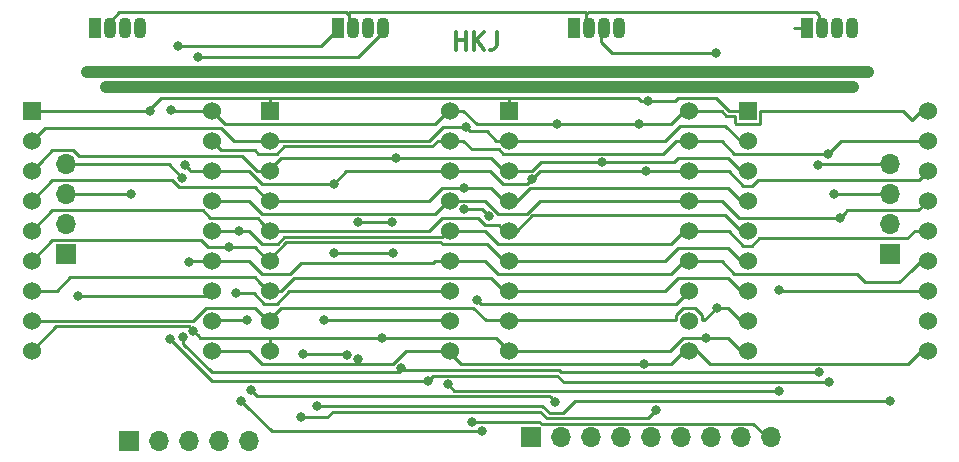
<source format=gbr>
G04 #@! TF.GenerationSoftware,KiCad,Pcbnew,(5.1.4)-1*
G04 #@! TF.CreationDate,2019-09-25T15:42:07+02:00*
G04 #@! TF.ProjectId,Display4x16segment,44697370-6c61-4793-9478-31367365676d,rev?*
G04 #@! TF.SameCoordinates,Original*
G04 #@! TF.FileFunction,Copper,L1,Top*
G04 #@! TF.FilePolarity,Positive*
%FSLAX46Y46*%
G04 Gerber Fmt 4.6, Leading zero omitted, Abs format (unit mm)*
G04 Created by KiCad (PCBNEW (5.1.4)-1) date 2019-09-25 15:42:07*
%MOMM*%
%LPD*%
G04 APERTURE LIST*
%ADD10C,0.300000*%
%ADD11R,1.700000X1.700000*%
%ADD12O,1.700000X1.700000*%
%ADD13C,1.524000*%
%ADD14R,1.524000X1.524000*%
%ADD15R,1.070000X1.800000*%
%ADD16O,1.070000X1.800000*%
%ADD17C,0.800000*%
%ADD18C,0.500000*%
%ADD19C,1.000000*%
%ADD20C,0.250000*%
G04 APERTURE END LIST*
D10*
X188250000Y-104678571D02*
X188250000Y-103178571D01*
X188250000Y-103892857D02*
X189107142Y-103892857D01*
X189107142Y-104678571D02*
X189107142Y-103178571D01*
X189821428Y-104678571D02*
X189821428Y-103178571D01*
X190678571Y-104678571D02*
X190035714Y-103821428D01*
X190678571Y-103178571D02*
X189821428Y-104035714D01*
X191750000Y-103178571D02*
X191750000Y-104250000D01*
X191678571Y-104464285D01*
X191535714Y-104607142D01*
X191321428Y-104678571D01*
X191178571Y-104678571D01*
D11*
X160600000Y-137800000D03*
D12*
X163140000Y-137800000D03*
X165680000Y-137800000D03*
X168220000Y-137800000D03*
X170760000Y-137800000D03*
D11*
X225000000Y-122000000D03*
D12*
X225000000Y-119460000D03*
X225000000Y-116920000D03*
X225000000Y-114380000D03*
D13*
X228220000Y-109840000D03*
X228220000Y-112380000D03*
X228220000Y-114920000D03*
X228220000Y-117460000D03*
X228220000Y-120000000D03*
X228220000Y-122540000D03*
X228220000Y-125080000D03*
X228220000Y-127620000D03*
X228220000Y-130160000D03*
X212980000Y-130160000D03*
X212980000Y-127620000D03*
X212980000Y-125080000D03*
X212980000Y-122540000D03*
X212980000Y-120000000D03*
X212980000Y-117460000D03*
X212980000Y-114920000D03*
X212980000Y-112380000D03*
D14*
X212980000Y-109840000D03*
D13*
X208020000Y-109840000D03*
X208020000Y-112380000D03*
X208020000Y-114920000D03*
X208020000Y-117460000D03*
X208020000Y-120000000D03*
X208020000Y-122540000D03*
X208020000Y-125080000D03*
X208020000Y-127620000D03*
X208020000Y-130160000D03*
X192780000Y-130160000D03*
X192780000Y-127620000D03*
X192780000Y-125080000D03*
X192780000Y-122540000D03*
X192780000Y-120000000D03*
X192780000Y-117460000D03*
X192780000Y-114920000D03*
X192780000Y-112380000D03*
D14*
X192780000Y-109840000D03*
D13*
X187820000Y-109840000D03*
X187820000Y-112380000D03*
X187820000Y-114920000D03*
X187820000Y-117460000D03*
X187820000Y-120000000D03*
X187820000Y-122540000D03*
X187820000Y-125080000D03*
X187820000Y-127620000D03*
X187820000Y-130160000D03*
X172580000Y-130160000D03*
X172580000Y-127620000D03*
X172580000Y-125080000D03*
X172580000Y-122540000D03*
X172580000Y-120000000D03*
X172580000Y-117460000D03*
X172580000Y-114920000D03*
X172580000Y-112380000D03*
D14*
X172580000Y-109840000D03*
D13*
X167620000Y-109840000D03*
X167620000Y-112380000D03*
X167620000Y-114920000D03*
X167620000Y-117460000D03*
X167620000Y-120000000D03*
X167620000Y-122540000D03*
X167620000Y-125080000D03*
X167620000Y-127620000D03*
X167620000Y-130160000D03*
X152380000Y-130160000D03*
X152380000Y-127620000D03*
X152380000Y-125080000D03*
X152380000Y-122540000D03*
X152380000Y-120000000D03*
X152380000Y-117460000D03*
X152380000Y-114920000D03*
X152380000Y-112380000D03*
D14*
X152380000Y-109840000D03*
D11*
X155300000Y-122000000D03*
D12*
X155300000Y-119460000D03*
X155300000Y-116920000D03*
X155300000Y-114380000D03*
D11*
X194610000Y-137500000D03*
D12*
X197150000Y-137500000D03*
X199690000Y-137500000D03*
X202230000Y-137500000D03*
X204770000Y-137500000D03*
X207310000Y-137500000D03*
X209850000Y-137500000D03*
X212390000Y-137500000D03*
X214930000Y-137500000D03*
D15*
X218030000Y-102800000D03*
D16*
X219300000Y-102800000D03*
X220570000Y-102800000D03*
X221840000Y-102800000D03*
D15*
X198300000Y-102800000D03*
D16*
X199570000Y-102800000D03*
X200840000Y-102800000D03*
X202110000Y-102800000D03*
D15*
X178300000Y-102800000D03*
D16*
X179570000Y-102800000D03*
X180840000Y-102800000D03*
X182110000Y-102800000D03*
D15*
X157760000Y-102800000D03*
D16*
X159030000Y-102800000D03*
X160300000Y-102800000D03*
X161570000Y-102800000D03*
D17*
X180947060Y-107871260D03*
X221928740Y-107871260D03*
X158628741Y-107871259D03*
X178993800Y-106555540D03*
X175308260Y-130462020D03*
X179090000Y-130497260D03*
X223144460Y-106555540D03*
X157065980Y-106555540D03*
X204513180Y-109011720D03*
X162400000Y-109899994D03*
X203771621Y-110927001D03*
X196853900Y-110971420D03*
X164119440Y-109819440D03*
X204345300Y-114920000D03*
X182928260Y-121848880D03*
X178000660Y-121848880D03*
X194736630Y-115644904D03*
X177925010Y-116007001D03*
X165357978Y-114475020D03*
X170906440Y-133469380D03*
X170600000Y-127600000D03*
X196700000Y-134500000D03*
X164762184Y-104363520D03*
X165694358Y-122626120D03*
X182831740Y-119275000D03*
X204211041Y-131247001D03*
X180032660Y-119278400D03*
X180004448Y-130901968D03*
X209415739Y-129072999D03*
X166424450Y-105321007D03*
X182000000Y-129099994D03*
X166047344Y-128468934D03*
X188989060Y-118185000D03*
X191063270Y-118777338D03*
X210383479Y-126532999D03*
X188989059Y-116372999D03*
X210281520Y-104983280D03*
X183237781Y-113832999D03*
X200670160Y-114192001D03*
X189100002Y-111200000D03*
X219811721Y-113467001D03*
X220795001Y-118904999D03*
X189687200Y-136212580D03*
X177116829Y-127589798D03*
X185948320Y-132737859D03*
X220275000Y-116900001D03*
X219836920Y-132836920D03*
X160800000Y-116900000D03*
X164099994Y-129200000D03*
X169882011Y-120000000D03*
X169075719Y-121404999D03*
X205242160Y-135149420D03*
X175200000Y-135799998D03*
X225054160Y-134424420D03*
X176500000Y-134800000D03*
X183604703Y-131650000D03*
X218900000Y-114400000D03*
X219000000Y-131972001D03*
X165100000Y-115500000D03*
X165200000Y-129000000D03*
X156300000Y-125500000D03*
X169700000Y-125300000D03*
X190100000Y-125900000D03*
X190500000Y-137000000D03*
X170100000Y-134400000D03*
X215600000Y-125000000D03*
X215600000Y-133561920D03*
X187600000Y-132999999D03*
D18*
X181512745Y-107871260D02*
X180947060Y-107871260D01*
D19*
X221928740Y-107871260D02*
X180947060Y-107871260D01*
X162536944Y-107871259D02*
X161971259Y-107871259D01*
X180947060Y-107871260D02*
X162536944Y-107871259D01*
X158628741Y-107871259D02*
X161971259Y-107871259D01*
D20*
X179054760Y-130462020D02*
X179090000Y-130497260D01*
X175308260Y-130462020D02*
X179054760Y-130462020D01*
D19*
X223144460Y-106555540D02*
X157065980Y-106555540D01*
D20*
X199270000Y-101720000D02*
X199345010Y-101644990D01*
X199270000Y-102870000D02*
X199270000Y-101720000D01*
X179194990Y-101644990D02*
X179114990Y-101644990D01*
X179270000Y-101720000D02*
X179194990Y-101644990D01*
X179270000Y-102870000D02*
X179270000Y-101720000D01*
X178970000Y-101500000D02*
X179114990Y-101644990D01*
X159788763Y-101500000D02*
X178970000Y-101500000D01*
X158730000Y-102870000D02*
X158730000Y-102558763D01*
X158730000Y-102558763D02*
X159788763Y-101500000D01*
X199200020Y-101500000D02*
X199345010Y-101644990D01*
X179114990Y-101644990D02*
X179259980Y-101500000D01*
X179259980Y-101500000D02*
X199200020Y-101500000D01*
X219000000Y-101720000D02*
X219000000Y-102870000D01*
X218780000Y-101500000D02*
X219000000Y-101720000D01*
X199345010Y-101644990D02*
X199490000Y-101500000D01*
X199490000Y-101500000D02*
X218780000Y-101500000D01*
X211368000Y-109840000D02*
X212380000Y-109840000D01*
X210280999Y-108752999D02*
X211368000Y-109840000D01*
X207098239Y-108752999D02*
X210280999Y-108752999D01*
X204513180Y-109011720D02*
X206839518Y-109011720D01*
X206839518Y-109011720D02*
X207098239Y-108752999D01*
X203947495Y-109011720D02*
X204513180Y-109011720D01*
X162186998Y-109840000D02*
X163273999Y-108752999D01*
X152380000Y-109840000D02*
X162186998Y-109840000D01*
X203688774Y-108752999D02*
X203947495Y-109011720D01*
X172580000Y-109840000D02*
X172580000Y-109020000D01*
X172580000Y-108780000D02*
X172552999Y-108752999D01*
X172580000Y-109840000D02*
X172580000Y-108780000D01*
X163273999Y-108752999D02*
X172552999Y-108752999D01*
X192704999Y-108752999D02*
X192652999Y-108752999D01*
X192780000Y-108828000D02*
X192704999Y-108752999D01*
X192780000Y-109840000D02*
X192780000Y-108828000D01*
X172552999Y-108752999D02*
X192652999Y-108752999D01*
X192652999Y-108752999D02*
X203688774Y-108752999D01*
X226858001Y-110601999D02*
X227620000Y-109840000D01*
X226156002Y-109900000D02*
X226858001Y-110601999D01*
X214067001Y-110862001D02*
X214067001Y-109900000D01*
X211892999Y-110290010D02*
X211892999Y-110862001D01*
X207680000Y-109900000D02*
X210791590Y-109900000D01*
X214002001Y-110927001D02*
X214067001Y-110862001D01*
X207620000Y-109840000D02*
X207680000Y-109900000D01*
X206532999Y-110927001D02*
X207620000Y-109840000D01*
X211892999Y-110862001D02*
X211957999Y-110927001D01*
X214067001Y-109900000D02*
X226156002Y-109900000D01*
X203771621Y-110927001D02*
X206532999Y-110927001D01*
X211957999Y-110927001D02*
X214002001Y-110927001D01*
X211181600Y-110290010D02*
X211892999Y-110290010D01*
X210791590Y-109900000D02*
X211181600Y-110290010D01*
X188913008Y-109840000D02*
X190044428Y-110971420D01*
X190044428Y-110971420D02*
X196288215Y-110971420D01*
X196288215Y-110971420D02*
X196853900Y-110971420D01*
X187620000Y-109840000D02*
X188913008Y-109840000D01*
X186532999Y-110927001D02*
X187620000Y-109840000D01*
X167620000Y-109840000D02*
X168707001Y-110927001D01*
X203771621Y-110927001D02*
X196898319Y-110927001D01*
X196898319Y-110927001D02*
X196853900Y-110971420D01*
X168707001Y-110927001D02*
X186532999Y-110927001D01*
X164140000Y-109840000D02*
X164119440Y-109819440D01*
X167620000Y-109840000D02*
X164140000Y-109840000D01*
X206542370Y-114920000D02*
X207620000Y-114920000D01*
X194274219Y-116007001D02*
X195361220Y-114920000D01*
X195361220Y-114920000D02*
X204345300Y-114920000D01*
X204345300Y-114920000D02*
X206542370Y-114920000D01*
X182928260Y-121848880D02*
X178000660Y-121848880D01*
X171858239Y-116007001D02*
X177359325Y-116007001D01*
X167620000Y-114920000D02*
X170771238Y-114920000D01*
X170771238Y-114920000D02*
X171858239Y-116007001D01*
X177359325Y-116007001D02*
X177925010Y-116007001D01*
X194636316Y-115644904D02*
X194736630Y-115644904D01*
X194274219Y-116007001D02*
X194636316Y-115644904D01*
X192258239Y-116007001D02*
X194274219Y-116007001D01*
X191171238Y-114920000D02*
X192258239Y-116007001D01*
X187820000Y-114920000D02*
X191171238Y-114920000D01*
X179012011Y-114920000D02*
X177925010Y-116007001D01*
X187820000Y-114920000D02*
X179012011Y-114920000D01*
X209097630Y-114920000D02*
X208020000Y-114920000D01*
X211371238Y-114920000D02*
X209097630Y-114920000D01*
X212626239Y-116175001D02*
X211371238Y-114920000D01*
X165802958Y-114920000D02*
X165757977Y-114875019D01*
X165757977Y-114875019D02*
X165357978Y-114475020D01*
X167620000Y-114920000D02*
X165802958Y-114920000D01*
X213333761Y-116175001D02*
X212626239Y-116175001D01*
X213826763Y-115681999D02*
X213333761Y-116175001D01*
X227458001Y-115681999D02*
X213826763Y-115681999D01*
X228220000Y-114920000D02*
X227458001Y-115681999D01*
X167640000Y-127600000D02*
X167620000Y-127620000D01*
X170600000Y-127600000D02*
X167640000Y-127600000D01*
X196300001Y-134100001D02*
X196700000Y-134500000D01*
X196200000Y-134000000D02*
X196300001Y-134100001D01*
X171437060Y-134000000D02*
X196200000Y-134000000D01*
X170906440Y-133469380D02*
X171437060Y-134000000D01*
X178000000Y-102870000D02*
X178000000Y-102558763D01*
X206858001Y-123301999D02*
X207620000Y-122540000D01*
X206532999Y-123627001D02*
X206858001Y-123301999D01*
X191858239Y-123627001D02*
X206532999Y-123627001D01*
X190771238Y-122540000D02*
X191858239Y-123627001D01*
X187620000Y-122540000D02*
X190771238Y-122540000D01*
X226858001Y-123301999D02*
X227620000Y-122540000D01*
X225794999Y-124365001D02*
X226858001Y-123301999D01*
X222955999Y-124365001D02*
X225794999Y-124365001D01*
X222217999Y-123627001D02*
X222955999Y-124365001D01*
X210771238Y-122540000D02*
X211858239Y-123627001D01*
X211858239Y-123627001D02*
X222217999Y-123627001D01*
X207620000Y-122540000D02*
X210771238Y-122540000D01*
X186542370Y-122540000D02*
X187620000Y-122540000D01*
X170771238Y-122540000D02*
X171858239Y-123627001D01*
X167620000Y-122540000D02*
X170771238Y-122540000D01*
X171858239Y-123627001D02*
X174274219Y-123627001D01*
X174274219Y-123627001D02*
X175132860Y-122768360D01*
X175132860Y-122768360D02*
X186314010Y-122768360D01*
X186314010Y-122768360D02*
X186542370Y-122540000D01*
X165780478Y-122540000D02*
X165694358Y-122626120D01*
X167620000Y-122540000D02*
X165780478Y-122540000D01*
X178000000Y-103235000D02*
X178000000Y-102870000D01*
X176871480Y-104363520D02*
X178000000Y-103235000D01*
X164762184Y-104363520D02*
X176871480Y-104363520D01*
X170771238Y-130160000D02*
X171858239Y-131247001D01*
X167620000Y-130160000D02*
X170771238Y-130160000D01*
X206858001Y-130921999D02*
X207620000Y-130160000D01*
X206532999Y-131247001D02*
X206858001Y-130921999D01*
X187620000Y-130160000D02*
X188707001Y-131247001D01*
X226858001Y-130921999D02*
X227620000Y-130160000D01*
X226532999Y-131247001D02*
X226858001Y-130921999D01*
X209784631Y-131247001D02*
X226532999Y-131247001D01*
X208697630Y-130160000D02*
X209784631Y-131247001D01*
X207620000Y-130160000D02*
X208697630Y-130160000D01*
X188707001Y-131247001D02*
X204211041Y-131247001D01*
X204211041Y-131247001D02*
X206532999Y-131247001D01*
X180036060Y-119275000D02*
X180032660Y-119278400D01*
X182831740Y-119275000D02*
X180036060Y-119275000D01*
X186742370Y-130160000D02*
X187820000Y-130160000D01*
X184021701Y-130160000D02*
X186742370Y-130160000D01*
X182934700Y-131247001D02*
X184021701Y-130160000D01*
X180052999Y-130950519D02*
X180052999Y-131247001D01*
X180004448Y-130901968D02*
X180052999Y-130950519D01*
X171858239Y-131247001D02*
X180052999Y-131247001D01*
X180052999Y-131247001D02*
X182934700Y-131247001D01*
X211618001Y-129398001D02*
X212380000Y-130160000D01*
X211292999Y-129072999D02*
X211618001Y-129398001D01*
X209415739Y-129072999D02*
X211292999Y-129072999D01*
X181810000Y-102870000D02*
X181810000Y-103235000D01*
X181973005Y-129072999D02*
X182000000Y-129099994D01*
X172570629Y-129072999D02*
X172472999Y-129072999D01*
X172580000Y-129082370D02*
X172570629Y-129072999D01*
X172580000Y-130160000D02*
X172580000Y-129082370D01*
X172472999Y-129072999D02*
X181973005Y-129072999D01*
X182110000Y-103165000D02*
X182110000Y-102800000D01*
X179953993Y-105321007D02*
X182110000Y-103165000D01*
X166424450Y-105321007D02*
X179953993Y-105321007D01*
X192018001Y-129398001D02*
X192780000Y-130160000D01*
X191692999Y-129072999D02*
X192018001Y-129398001D01*
X187298239Y-129072999D02*
X191692999Y-129072999D01*
X187271244Y-129099994D02*
X187298239Y-129072999D01*
X182000000Y-129099994D02*
X187271244Y-129099994D01*
X208850054Y-129072999D02*
X209415739Y-129072999D01*
X207498239Y-129072999D02*
X208850054Y-129072999D01*
X206411238Y-130160000D02*
X207498239Y-129072999D01*
X192780000Y-130160000D02*
X206411238Y-130160000D01*
X152380000Y-130160000D02*
X154440953Y-128099047D01*
X165677457Y-128099047D02*
X166047344Y-128468934D01*
X154440953Y-128099047D02*
X165677457Y-128099047D01*
X166447343Y-128868933D02*
X166047344Y-128468934D01*
X166651409Y-129072999D02*
X166447343Y-128868933D01*
X172472999Y-129072999D02*
X166651409Y-129072999D01*
X198000000Y-102870000D02*
X198000000Y-102558763D01*
X211618001Y-126858001D02*
X212380000Y-127620000D01*
X211292999Y-126532999D02*
X211618001Y-126858001D01*
X188989060Y-118185000D02*
X190470932Y-118185000D01*
X190470932Y-118185000D02*
X191063270Y-118777338D01*
X210383479Y-126532999D02*
X211292999Y-126532999D01*
X209107001Y-127600000D02*
X209316478Y-127600000D01*
X209107001Y-127098239D02*
X209107001Y-127600000D01*
X208541761Y-126532999D02*
X209107001Y-127098239D01*
X207498239Y-126532999D02*
X208541761Y-126532999D01*
X206932999Y-127098239D02*
X207498239Y-126532999D01*
X206932999Y-127600000D02*
X206932999Y-127098239D01*
X190800000Y-127600000D02*
X206932999Y-127600000D01*
X189732999Y-126532999D02*
X190800000Y-127600000D01*
X166011238Y-127620000D02*
X167098239Y-126532999D01*
X209316478Y-127600000D02*
X210383479Y-126532999D01*
X167098239Y-126532999D02*
X171292999Y-126532999D01*
X171292999Y-126532999D02*
X172380000Y-127620000D01*
X152380000Y-127620000D02*
X166011238Y-127620000D01*
X172380000Y-127620000D02*
X173467001Y-126532999D01*
X173467001Y-126532999D02*
X189732999Y-126532999D01*
X191618001Y-116698001D02*
X192380000Y-117460000D01*
X191292999Y-116372999D02*
X191618001Y-116698001D01*
X211618001Y-116698001D02*
X212380000Y-117460000D01*
X211292999Y-116372999D02*
X211618001Y-116698001D01*
X194544631Y-116372999D02*
X211292999Y-116372999D01*
X193457630Y-117460000D02*
X194544631Y-116372999D01*
X192380000Y-117460000D02*
X193457630Y-117460000D01*
X188989059Y-116372999D02*
X191292999Y-116372999D01*
X200540000Y-104020000D02*
X201503280Y-104983280D01*
X200540000Y-102870000D02*
X200540000Y-104020000D01*
X201503280Y-104983280D02*
X210281520Y-104983280D01*
X188423374Y-116372999D02*
X188989059Y-116372999D01*
X171245002Y-116325002D02*
X172380000Y-117460000D01*
X186011238Y-117460000D02*
X187098239Y-116372999D01*
X172380000Y-117460000D02*
X186011238Y-117460000D01*
X187098239Y-116372999D02*
X188423374Y-116372999D01*
X164851998Y-116325002D02*
X165325002Y-116325002D01*
X164271995Y-115744999D02*
X164851998Y-116325002D01*
X154095001Y-115744999D02*
X164271995Y-115744999D01*
X152380000Y-117460000D02*
X154095001Y-115744999D01*
X165248002Y-116325002D02*
X165325002Y-116325002D01*
X165325002Y-116325002D02*
X171245002Y-116325002D01*
X191618001Y-114158001D02*
X192380000Y-114920000D01*
X191292999Y-113832999D02*
X191618001Y-114158001D01*
X172380000Y-114920000D02*
X173467001Y-113832999D01*
X173467001Y-113832999D02*
X183237781Y-113832999D01*
X183237781Y-113832999D02*
X191292999Y-113832999D01*
X211618001Y-114158001D02*
X212380000Y-114920000D01*
X194724810Y-114920000D02*
X195452809Y-114192001D01*
X195452809Y-114192001D02*
X206739237Y-114192001D01*
X192380000Y-114920000D02*
X194724810Y-114920000D01*
X206739237Y-114192001D02*
X207098239Y-113832999D01*
X207098239Y-113832999D02*
X211292999Y-113832999D01*
X211292999Y-113832999D02*
X211618001Y-114158001D01*
X171407648Y-114920000D02*
X170187648Y-113700000D01*
X172580000Y-114920000D02*
X171407648Y-114920000D01*
X170187648Y-113700000D02*
X156359002Y-113700000D01*
X156359002Y-113700000D02*
X155864001Y-113204999D01*
X155864001Y-113204999D02*
X154095001Y-113204999D01*
X154095001Y-113204999D02*
X153141999Y-114158001D01*
X153141999Y-114158001D02*
X152380000Y-114920000D01*
X216945000Y-102870000D02*
X217730000Y-102870000D01*
X211100000Y-111100000D02*
X212380000Y-112380000D01*
X207291238Y-111100000D02*
X211100000Y-111100000D01*
X192380000Y-112380000D02*
X206011238Y-112380000D01*
X206011238Y-112380000D02*
X207291238Y-111100000D01*
X189500001Y-111599999D02*
X189100002Y-111200000D01*
X190922369Y-111599999D02*
X189500001Y-111599999D01*
X191702370Y-112380000D02*
X190922369Y-111599999D01*
X192780000Y-112380000D02*
X191702370Y-112380000D01*
X187191238Y-111200000D02*
X189100002Y-111200000D01*
X186011238Y-112380000D02*
X187191238Y-111200000D01*
X169523590Y-112380000D02*
X186011238Y-112380000D01*
X168436589Y-111292999D02*
X169523590Y-112380000D01*
X153467001Y-111292999D02*
X168436589Y-111292999D01*
X152380000Y-112380000D02*
X153467001Y-111292999D01*
X207620000Y-112380000D02*
X210771238Y-112380000D01*
X210771238Y-112380000D02*
X211858239Y-113467001D01*
X206942370Y-112380000D02*
X208020000Y-112380000D01*
X205855369Y-113467001D02*
X206942370Y-112380000D01*
X192258239Y-113467001D02*
X205855369Y-113467001D01*
X191891238Y-113100000D02*
X192258239Y-113467001D01*
X189617630Y-113100000D02*
X191891238Y-113100000D01*
X188897630Y-112380000D02*
X189617630Y-113100000D01*
X187820000Y-112380000D02*
X188897630Y-112380000D01*
X168381999Y-113141999D02*
X167620000Y-112380000D01*
X171238409Y-113141999D02*
X168381999Y-113141999D01*
X173101761Y-113467001D02*
X171563411Y-113467001D01*
X173738752Y-112830010D02*
X173101761Y-113467001D01*
X186292360Y-112830010D02*
X173738752Y-112830010D01*
X186742370Y-112380000D02*
X186292360Y-112830010D01*
X171563411Y-113467001D02*
X171238409Y-113141999D01*
X187820000Y-112380000D02*
X186742370Y-112380000D01*
X228220000Y-112380000D02*
X220898722Y-112380000D01*
X220898722Y-112380000D02*
X219811721Y-113467001D01*
X219811721Y-113467001D02*
X211858239Y-113467001D01*
X212216237Y-118904999D02*
X220229316Y-118904999D01*
X187620000Y-117460000D02*
X190771238Y-117460000D01*
X167620000Y-117460000D02*
X170771238Y-117460000D01*
X170771238Y-117460000D02*
X171858239Y-118547001D01*
X186532999Y-118547001D02*
X187620000Y-117460000D01*
X190771238Y-117460000D02*
X191858239Y-118547001D01*
X220229316Y-118904999D02*
X220795001Y-118904999D01*
X194274219Y-118547001D02*
X195361220Y-117460000D01*
X171858239Y-118547001D02*
X186532999Y-118547001D01*
X210771238Y-117460000D02*
X212216237Y-118904999D01*
X191858239Y-118547001D02*
X194274219Y-118547001D01*
X195361220Y-117460000D02*
X210771238Y-117460000D01*
X221195000Y-118505000D02*
X220795001Y-118904999D01*
X221415001Y-118284999D02*
X221195000Y-118505000D01*
X227395001Y-118284999D02*
X221415001Y-118284999D01*
X228220000Y-117460000D02*
X227395001Y-118284999D01*
X187589798Y-127589798D02*
X177682514Y-127589798D01*
X177682514Y-127589798D02*
X177116829Y-127589798D01*
X187620000Y-127620000D02*
X187589798Y-127589798D01*
X195366755Y-136212580D02*
X195479174Y-136324999D01*
X189687200Y-136212580D02*
X195366755Y-136212580D01*
X213454999Y-136324999D02*
X214630000Y-137500000D01*
X195479174Y-136324999D02*
X213454999Y-136324999D01*
X225000000Y-116920000D02*
X220294999Y-116920000D01*
X220294999Y-116920000D02*
X220275000Y-116900001D01*
X155300000Y-116920000D02*
X160780000Y-116920000D01*
X160780000Y-116920000D02*
X160800000Y-116900000D01*
X167637853Y-132737859D02*
X164499993Y-129599999D01*
X164499993Y-129599999D02*
X164099994Y-129200000D01*
X185948320Y-132737859D02*
X167637853Y-132737859D01*
X186411180Y-132274999D02*
X186348319Y-132337860D01*
X197409922Y-132836920D02*
X196848001Y-132274999D01*
X219836920Y-132836920D02*
X197409922Y-132836920D01*
X186348319Y-132337860D02*
X185948320Y-132737859D01*
X196848001Y-132274999D02*
X186411180Y-132274999D01*
X206858001Y-120761999D02*
X207620000Y-120000000D01*
X206532999Y-121087001D02*
X206858001Y-120761999D01*
X191858239Y-121087001D02*
X206532999Y-121087001D01*
X190771238Y-120000000D02*
X191858239Y-121087001D01*
X187620000Y-120000000D02*
X190771238Y-120000000D01*
X187089380Y-120530620D02*
X187620000Y-120000000D01*
X173752970Y-120530620D02*
X187089380Y-120530620D01*
X173196589Y-121087001D02*
X173752970Y-120530620D01*
X171858239Y-121087001D02*
X173196589Y-121087001D01*
X167620000Y-120000000D02*
X170771238Y-120000000D01*
X170771238Y-120000000D02*
X171858239Y-121087001D01*
X211371238Y-120000000D02*
X212626239Y-121255001D01*
X208020000Y-120000000D02*
X211371238Y-120000000D01*
X213333761Y-121255001D02*
X212626239Y-121255001D01*
X213953761Y-120635001D02*
X213333761Y-121255001D01*
X226507369Y-120635001D02*
X213953761Y-120635001D01*
X227142370Y-120000000D02*
X226507369Y-120635001D01*
X228220000Y-120000000D02*
X227142370Y-120000000D01*
X171618001Y-124318001D02*
X172380000Y-125080000D01*
X171244999Y-123944999D02*
X171618001Y-124318001D01*
X155645999Y-123944999D02*
X171244999Y-123944999D01*
X154510998Y-125080000D02*
X155645999Y-123944999D01*
X152380000Y-125080000D02*
X154510998Y-125080000D01*
X191618001Y-124318001D02*
X192380000Y-125080000D01*
X191292999Y-123992999D02*
X191618001Y-124318001D01*
X174544631Y-123992999D02*
X191292999Y-123992999D01*
X173457630Y-125080000D02*
X174544631Y-123992999D01*
X172380000Y-125080000D02*
X173457630Y-125080000D01*
X211618001Y-124318001D02*
X212380000Y-125080000D01*
X211292999Y-123992999D02*
X211618001Y-124318001D01*
X207098239Y-123992999D02*
X211292999Y-123992999D01*
X206011238Y-125080000D02*
X207098239Y-123992999D01*
X192380000Y-125080000D02*
X206011238Y-125080000D01*
X207098239Y-121452999D02*
X211292999Y-121452999D01*
X206011238Y-122540000D02*
X207098239Y-121452999D01*
X211292999Y-121452999D02*
X211618001Y-121778001D01*
X190927001Y-121087001D02*
X192380000Y-122540000D01*
X171244999Y-121404999D02*
X172380000Y-122540000D01*
X192380000Y-122540000D02*
X206011238Y-122540000D01*
X169075719Y-121404999D02*
X171244999Y-121404999D01*
X173939370Y-120980630D02*
X186991868Y-120980630D01*
X211618001Y-121778001D02*
X212380000Y-122540000D01*
X172380000Y-122540000D02*
X173939370Y-120980630D01*
X186991868Y-120980630D02*
X187098239Y-121087001D01*
X187098239Y-121087001D02*
X190927001Y-121087001D01*
X168510034Y-121404999D02*
X169075719Y-121404999D01*
X167304999Y-121404999D02*
X168510034Y-121404999D01*
X166724999Y-120824999D02*
X167304999Y-121404999D01*
X154095001Y-120824999D02*
X166724999Y-120824999D01*
X152380000Y-122540000D02*
X154095001Y-120824999D01*
X173457630Y-120000000D02*
X173461031Y-120003401D01*
X172380000Y-120000000D02*
X173457630Y-120000000D01*
X173461031Y-120003401D02*
X186007837Y-120003401D01*
X190762920Y-119549990D02*
X191929990Y-119549990D01*
X190125929Y-118912999D02*
X190762920Y-119549990D01*
X194757630Y-118700000D02*
X211080000Y-118700000D01*
X211618001Y-119238001D02*
X212380000Y-120000000D01*
X186007837Y-120003401D02*
X187098239Y-118912999D01*
X187098239Y-118912999D02*
X190125929Y-118912999D01*
X191929990Y-119549990D02*
X192380000Y-120000000D01*
X192380000Y-120000000D02*
X193457630Y-120000000D01*
X193457630Y-120000000D02*
X194757630Y-118700000D01*
X211080000Y-118700000D02*
X211618001Y-119238001D01*
X171818001Y-119238001D02*
X172580000Y-120000000D01*
X171484999Y-118904999D02*
X171818001Y-119238001D01*
X167456237Y-118904999D02*
X171484999Y-118904999D01*
X166836237Y-118284999D02*
X167456237Y-118904999D01*
X154095001Y-118284999D02*
X166836237Y-118284999D01*
X152380000Y-120000000D02*
X154095001Y-118284999D01*
X175765685Y-135799998D02*
X175200000Y-135799998D01*
X205242160Y-135149420D02*
X204516592Y-135874988D01*
X177864173Y-135312201D02*
X177376376Y-135799998D01*
X177376376Y-135799998D02*
X175765685Y-135799998D01*
X195424988Y-135312201D02*
X177864173Y-135312201D01*
X204516592Y-135874988D02*
X195987775Y-135874988D01*
X195987775Y-135874988D02*
X195424988Y-135312201D01*
X177065685Y-134800000D02*
X176500000Y-134800000D01*
X196213199Y-135424977D02*
X195588222Y-134800000D01*
X198325558Y-134424420D02*
X197325001Y-135424977D01*
X195588222Y-134800000D02*
X177065685Y-134800000D01*
X197325001Y-135424977D02*
X196213199Y-135424977D01*
X225054160Y-134424420D02*
X198325558Y-134424420D01*
X225000000Y-114380000D02*
X218920000Y-114380000D01*
X218920000Y-114380000D02*
X218900000Y-114400000D01*
X155300000Y-114380000D02*
X163980000Y-114380000D01*
X163980000Y-114380000D02*
X165100000Y-115500000D01*
X165200000Y-129565685D02*
X165200000Y-129000000D01*
X167606316Y-131972001D02*
X165200000Y-129565685D01*
X183604703Y-131839299D02*
X183472001Y-131972001D01*
X183604703Y-131650000D02*
X183604703Y-131839299D01*
X183472001Y-131972001D02*
X167606316Y-131972001D01*
X183619014Y-131824988D02*
X183472001Y-131972001D01*
X197034401Y-131824988D02*
X183619014Y-131824988D01*
X219000000Y-131972001D02*
X197181414Y-131972001D01*
X197181414Y-131972001D02*
X197034401Y-131824988D01*
X167200000Y-125500000D02*
X167620000Y-125080000D01*
X156300000Y-125500000D02*
X167200000Y-125500000D01*
X171191238Y-125300000D02*
X169700000Y-125300000D01*
X172058239Y-126167001D02*
X171191238Y-125300000D01*
X173101761Y-126167001D02*
X172058239Y-126167001D01*
X187820000Y-125080000D02*
X174188762Y-125080000D01*
X174188762Y-125080000D02*
X173101761Y-126167001D01*
X190367001Y-126167001D02*
X190100000Y-125900000D01*
X208020000Y-125080000D02*
X206932999Y-126167001D01*
X206932999Y-126167001D02*
X190367001Y-126167001D01*
X190500000Y-137000000D02*
X172700000Y-137000000D01*
X172700000Y-137000000D02*
X170499999Y-134799999D01*
X170499999Y-134799999D02*
X170100000Y-134400000D01*
X228220000Y-125080000D02*
X215680000Y-125080000D01*
X215680000Y-125080000D02*
X215600000Y-125000000D01*
X188149991Y-133549990D02*
X187600000Y-132999999D01*
X215022385Y-133549990D02*
X188149991Y-133549990D01*
X215600000Y-133561920D02*
X215034315Y-133561920D01*
X215034315Y-133561920D02*
X215022385Y-133549990D01*
M02*

</source>
